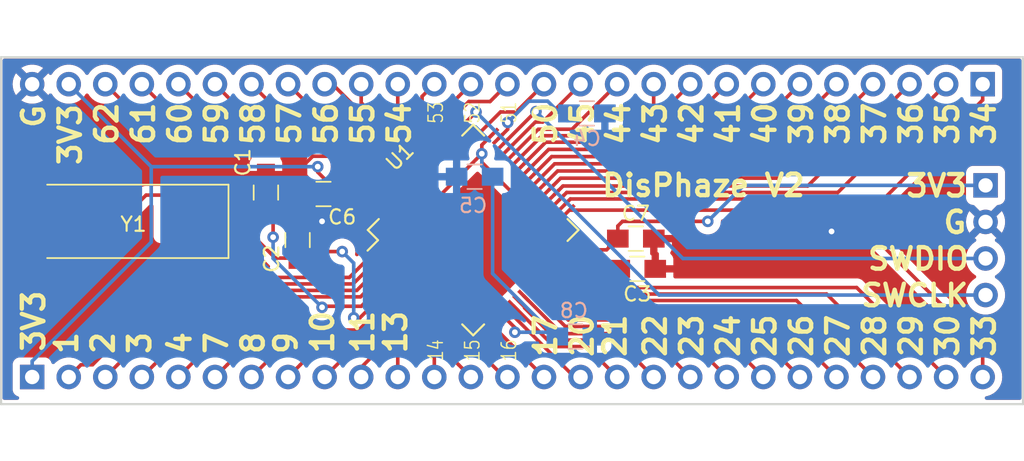
<source format=kicad_pcb>
(kicad_pcb (version 20221018) (generator pcbnew)
  (layers (0 "F.Cu" signal) (31 "B.Cu" signal) (34 "B.Paste" user) (35 "F.Paste" user) (36 "B.SilkS" user "B.Silkscreen") (37 "F.SilkS" user "F.Silkscreen") (38 "B.Mask" user) (39 "F.Mask" user) (44 "Edge.Cuts" user))
  (net 0 "")
  (net 1 "GND")
  (net 2 "Net-(C1-Pad1)")
  (net 3 "Net-(C2-Pad1)")
  (net 4 "Net-(C4-Pad1)")
  (net 5 "+3V3")
  (net 6 "p30")
  (net 7 "p29")
  (net 8 "p28")
  (net 9 "p27")
  (net 10 "p26")
  (net 11 "p25")
  (net 12 "p24")
  (net 13 "p23")
  (net 14 "p22")
  (net 15 "p21")
  (net 16 "p20")
  (net 17 "p17")
  (net 18 "p16")
  (net 19 "p15")
  (net 20 "p14")
  (net 21 "p13")
  (net 22 "p11")
  (net 23 "p10")
  (net 24 "p9")
  (net 25 "p8")
  (net 26 "p7")
  (net 27 "p4")
  (net 28 "p3")
  (net 29 "p2")
  (net 30 "p1")
  (net 31 "p33")
  (net 32 "p34")
  (net 33 "p35")
  (net 34 "p36")
  (net 35 "p37")
  (net 36 "p38")
  (net 37 "p39")
  (net 38 "p40")
  (net 39 "p41")
  (net 40 "p42")
  (net 41 "p43")
  (net 42 "p44")
  (net 43 "p45")
  (net 44 "p50")
  (net 45 "p51")
  (net 46 "p52")
  (net 47 "p53")
  (net 48 "p54")
  (net 49 "p55")
  (net 50 "p56")
  (net 51 "p57")
  (net 52 "p58")
  (net 53 "p59")
  (net 54 "p60")
  (net 55 "p61")
  (net 56 "p62")
  (net 57 "SWCLK")
  (net 58 "SWDIO")
  (net 59 "Net-(C3-Pad2)")
  (footprint "Capacitors_SMD:C_0805_HandSoldering" (layer "F.Cu") (at 169.7 118.8 180)
    (fp_text reference "C3" (at 0 -1.75 180) (layer "F.SilkS"))
    (fp_text value "2.2uF")
    (pad "1" smd rect (at -1.25 0 180) (size 1.5 1.25) (layers "F.Cu" "F.Paste" "F.Mask") (net 1 "GND"))
    (pad "2" smd rect (at 1.25 0 180) (size 1.5 1.25) (layers "F.Cu" "F.Paste" "F.Mask") (net 59 "Net-(C3-Pad2)"))
  )
  (footprint "Capacitors_SMD:C_0805_HandSoldering" (layer "F.Cu") (at 147.9 113.6 180)
    (fp_text reference "C6" (at -1.3 -1.6 180) (layer "F.SilkS"))
    (fp_text value "100nF")
    (pad "1" smd rect (at -1.25 0 180) (size 1.5 1.25) (layers "F.Cu" "F.Paste" "F.Mask") (net 5 "+3V3"))
    (pad "2" smd rect (at 1.25 0 180) (size 1.5 1.25) (layers "F.Cu" "F.Paste" "F.Mask") (net 1 "GND"))
  )
  (footprint "Capacitors_SMD:C_0805_HandSoldering" (layer "F.Cu") (at 169.6 116.7)
    (fp_text reference "C7" (at 0 -1.75) (layer "F.SilkS"))
    (fp_text value "100nF")
    (pad "1" smd rect (at -1.25 0) (size 1.5 1.25) (layers "F.Cu" "F.Paste" "F.Mask") (net 5 "+3V3"))
    (pad "2" smd rect (at 1.25 0) (size 1.5 1.25) (layers "F.Cu" "F.Paste" "F.Mask") (net 1 "GND"))
  )
  (footprint "Custom_Footprints:Connector_27x2.54mm" (layer "F.Cu") (at 193.7004 105.9688 180)
    (fp_text reference "J2" hide)
    (fp_text value "Conn_01x27")
    (pad "1" thru_hole rect (at 0 0 180) (size 1.7 1.7) (drill 1) (layers "*.Cu" "*.Mask") (net 32 "p34"))
    (pad "2" thru_hole circle (at 2.54 0 180) (size 1.7 1.7) (drill 1) (layers "*.Cu" "*.Mask") (net 33 "p35"))
    (pad "3" thru_hole circle (at 5.08 0 180) (size 1.7 1.7) (drill 1) (layers "*.Cu" "*.Mask") (net 34 "p36"))
    (pad "4" thru_hole circle (at 7.62 0 180) (size 1.7 1.7) (drill 1) (layers "*.Cu" "*.Mask") (net 35 "p37"))
    (pad "5" thru_hole circle (at 10.16 0 180) (size 1.7 1.7) (drill 1) (layers "*.Cu" "*.Mask") (net 36 "p38"))
    (pad "6" thru_hole circle (at 12.7 0 180) (size 1.7 1.7) (drill 1) (layers "*.Cu" "*.Mask") (net 37 "p39"))
    (pad "7" thru_hole circle (at 15.24 0 180) (size 1.7 1.7) (drill 1) (layers "*.Cu" "*.Mask") (net 38 "p40"))
    (pad "8" thru_hole circle (at 17.78 0 180) (size 1.7 1.7) (drill 1) (layers "*.Cu" "*.Mask") (net 39 "p41"))
    (pad "9" thru_hole circle (at 20.32 0 180) (size 1.7 1.7) (drill 1) (layers "*.Cu" "*.Mask") (net 40 "p42"))
    (pad "10" thru_hole circle (at 22.86 0 180) (size 1.7 1.7) (drill 1) (layers "*.Cu" "*.Mask") (net 41 "p43"))
    (pad "11" thru_hole circle (at 25.4 0 180) (size 1.7 1.7) (drill 1) (layers "*.Cu" "*.Mask") (net 42 "p44"))
    (pad "12" thru_hole circle (at 27.94 0 180) (size 1.7 1.7) (drill 1) (layers "*.Cu" "*.Mask") (net 43 "p45"))
    (pad "13" thru_hole circle (at 30.48 0 180) (size 1.7 1.7) (drill 1) (layers "*.Cu" "*.Mask") (net 44 "p50"))
    (pad "14" thru_hole circle (at 33.02 0 180) (size 1.7 1.7) (drill 1) (layers "*.Cu" "*.Mask") (net 45 "p51"))
    (pad "15" thru_hole circle (at 35.56 0 180) (size 1.7 1.7) (drill 1) (layers "*.Cu" "*.Mask") (net 46 "p52"))
    (pad "16" thru_hole circle (at 38.1 0 180) (size 1.7 1.7) (drill 1) (layers "*.Cu" "*.Mask") (net 47 "p53"))
    (pad "17" thru_hole circle (at 40.64 0 180) (size 1.7 1.7) (drill 1) (layers "*.Cu" "*.Mask") (net 48 "p54"))
    (pad "18" thru_hole circle (at 43.18 0 180) (size 1.7 1.7) (drill 1) (layers "*.Cu" "*.Mask") (net 49 "p55"))
    (pad "19" thru_hole circle (at 45.72 0 180) (size 1.7 1.7) (drill 1) (layers "*.Cu" "*.Mask") (net 50 "p56"))
    (pad "20" thru_hole circle (at 48.26 0 180) (size 1.7 1.7) (drill 1) (layers "*.Cu" "*.Mask") (net 51 "p57"))
    (pad "21" thru_hole circle (at 50.8 0 180) (size 1.7 1.7) (drill 1) (layers "*.Cu" "*.Mask") (net 52 "p58"))
    (pad "22" thru_hole circle (at 53.34 0 180) (size 1.7 1.7) (drill 1) (layers "*.Cu" "*.Mask") (net 53 "p59"))
    (pad "23" thru_hole circle (at 55.88 0 180) (size 1.7 1.7) (drill 1) (layers "*.Cu" "*.Mask") (net 54 "p60"))
    (pad "24" thru_hole circle (at 58.42 0 180) (size 1.7 1.7) (drill 1) (layers "*.Cu" "*.Mask") (net 55 "p61"))
    (pad "25" thru_hole circle (at 60.96 0 180) (size 1.7 1.7) (drill 1) (layers "*.Cu" "*.Mask") (net 56 "p62"))
    (pad "26" thru_hole circle (at 63.5 0 180) (size 1.7 1.7) (drill 1) (layers "*.Cu" "*.Mask") (net 5 "+3V3"))
    (pad "27" thru_hole circle (at 66.04 0 180) (size 1.7 1.7) (drill 1) (layers "*.Cu" "*.Mask") (net 1 "GND"))
  )
  (footprint "Custom_Footprints:4pin_header" (layer "F.Cu") (at 193.9 113 -90)
    (fp_text reference "J3" hide)
    (fp_text value "Conn_01x04_Male" hide)
    (pad "1" thru_hole rect (at 0 0 270) (size 1.7 1.7) (drill 1) (layers "*.Cu" "*.Mask") (net 5 "+3V3"))
    (pad "2" thru_hole circle (at 2.54 0 270) (size 1.7 1.7) (drill 1) (layers "*.Cu" "*.Mask") (net 1 "GND"))
    (pad "3" thru_hole circle (at 5.08 0 270) (size 1.7 1.7) (drill 1) (layers "*.Cu" "*.Mask") (net 58 "SWDIO"))
    (pad "4" thru_hole circle (at 7.62 0 270) (size 1.7 1.7) (drill 1) (layers "*.Cu" "*.Mask") (net 57 "SWCLK"))
  )
  (footprint "Package_QFP:LQFP-64_10x10mm_P0.5mm" (layer "F.Cu") (at 158.3 116.1 45)
    (fp_text reference "U1" (at 0 -7.2 45) (layer "F.SilkS"))
    (fp_text value "STM32F405RGTx")
    (pad "1" smd rect (at -5.7 -3.75 45) (size 1 0.25) (layers "F.Cu" "F.Paste" "F.Mask") (net 30 "p1"))
    (pad "2" smd rect (at -5.7 -3.25 45) (size 1 0.25) (layers "F.Cu" "F.Paste" "F.Mask") (net 29 "p2"))
    (pad "3" smd rect (at -5.7 -2.75 45) (size 1 0.25) (layers "F.Cu" "F.Paste" "F.Mask") (net 28 "p3"))
    (pad "4" smd rect (at -5.7 -2.25 45) (size 1 0.25) (layers "F.Cu" "F.Paste" "F.Mask") (net 27 "p4"))
    (pad "5" smd rect (at -5.7 -1.75 45) (size 1 0.25) (layers "F.Cu" "F.Paste" "F.Mask") (net 2 "Net-(C1-Pad1)"))
    (pad "6" smd rect (at -5.7 -1.25 45) (size 1 0.25) (layers "F.Cu" "F.Paste" "F.Mask") (net 3 "Net-(C2-Pad1)"))
    (pad "7" smd rect (at -5.7 -0.75 45) (size 1 0.25) (layers "F.Cu" "F.Paste" "F.Mask") (net 26 "p7"))
    (pad "8" smd rect (at -5.7 -0.25 45) (size 1 0.25) (layers "F.Cu" "F.Paste" "F.Mask") (net 25 "p8"))
    (pad "9" smd rect (at -5.7 0.25 45) (size 1 0.25) (layers "F.Cu" "F.Paste" "F.Mask") (net 24 "p9"))
    (pad "10" smd rect (at -5.7 0.75 45) (size 1 0.25) (layers "F.Cu" "F.Paste" "F.Mask") (net 23 "p10"))
    (pad "11" smd rect (at -5.7 1.25 45) (size 1 0.25) (layers "F.Cu" "F.Paste" "F.Mask") (net 22 "p11"))
    (pad "12" smd rect (at -5.7 1.75 45) (size 1 0.25) (layers "F.Cu" "F.Paste" "F.Mask") (net 1 "GND"))
    (pad "13" smd rect (at -5.7 2.25 45) (size 1 0.25) (layers "F.Cu" "F.Paste" "F.Mask") (net 21 "p13"))
    (pad "14" smd rect (at -5.7 2.75 45) (size 1 0.25) (layers "F.Cu" "F.Paste" "F.Mask") (net 20 "p14"))
    (pad "15" smd rect (at -5.7 3.25 45) (size 1 0.25) (layers "F.Cu" "F.Paste" "F.Mask") (net 19 "p15"))
    (pad "16" smd rect (at -5.7 3.75 45) (size 1 0.25) (layers "F.Cu" "F.Paste" "F.Mask") (net 18 "p16"))
    (pad "17" smd rect (at -3.75 5.7 135) (size 1 0.25) (layers "F.Cu" "F.Paste" "F.Mask") (net 17 "p17"))
    (pad "18" smd rect (at -3.25 5.7 135) (size 1 0.25) (layers "F.Cu" "F.Paste" "F.Mask") (net 1 "GND"))
    (pad "19" smd rect (at -2.75 5.7 135) (size 1 0.25) (layers "F.Cu" "F.Paste" "F.Mask") (net 5 "+3V3"))
    (pad "20" smd rect (at -2.25 5.7 135) (size 1 0.25) (layers "F.Cu" "F.Paste" "F.Mask") (net 16 "p20"))
    (pad "21" smd rect (at -1.75 5.7 135) (size 1 0.25) (layers "F.Cu" "F.Paste" "F.Mask") (net 15 "p21"))
    (pad "22" smd rect (at -1.25 5.7 135) (size 1 0.25) (layers "F.Cu" "F.Paste" "F.Mask") (net 14 "p22"))
    (pad "23" smd rect (at -0.75 5.7 135) (size 1 0.25) (layers "F.Cu" "F.Paste" "F.Mask") (net 13 "p23"))
    (pad "24" smd rect (at -0.25 5.7 135) (size 1 0.25) (layers "F.Cu" "F.Paste" "F.Mask") (net 12 "p24"))
    (pad "25" smd rect (at 0.25 5.7 135) (size 1 0.25) (layers "F.Cu" "F.Paste" "F.Mask") (net 11 "p25"))
    (pad "26" smd rect (at 0.75 5.7 135) (size 1 0.25) (layers "F.Cu" "F.Paste" "F.Mask") (net 10 "p26"))
    (pad "27" smd rect (at 1.25 5.7 135) (size 1 0.25) (layers "F.Cu" "F.Paste" "F.Mask") (net 9 "p27"))
    (pad "28" smd rect (at 1.75 5.7 135) (size 1 0.25) (layers "F.Cu" "F.Paste" "F.Mask") (net 8 "p28"))
    (pad "29" smd rect (at 2.25 5.7 135) (size 1 0.25) (layers "F.Cu" "F.Paste" "F.Mask") (net 7 "p29"))
    (pad "30" smd rect (at 2.75 5.7 135) (size 1 0.25) (layers "F.Cu" "F.Paste" "F.Mask") (net 6 "p30"))
    (pad "31" smd rect (at 3.25 5.7 135) (size 1 0.25) (layers "F.Cu" "F.Paste" "F.Mask") (net 59 "Net-(C3-Pad2)"))
    (pad "32" smd rect (at 3.75 5.7 135) (size 1 0.25) (layers "F.Cu" "F.Paste" "F.Mask") (net 5 "+3V3"))
    (pad "33" smd rect (at 5.7 3.75 45) (size 1 0.25) (layers "F.Cu" "F.Paste" "F.Mask") (net 31 "p33"))
    (pad "34" smd rect (at 5.7 3.25 45) (size 1 0.25) (layers "F.Cu" "F.Paste" "F.Mask") (net 32 "p34"))
    (pad "35" smd rect (at 5.7 2.75 45) (size 1 0.25) (layers "F.Cu" "F.Paste" "F.Mask") (net 33 "p35"))
    (pad "36" smd rect (at 5.7 2.25 45) (size 1 0.25) (layers "F.Cu" "F.Paste" "F.Mask") (net 34 "p36"))
    (pad "37" smd rect (at 5.7 1.75 45) (size 1 0.25) (layers "F.Cu" "F.Paste" "F.Mask") (net 35 "p37"))
    (pad "38" smd rect (at 5.7 1.25 45) (size 1 0.25) (layers "F.Cu" "F.Paste" "F.Mask") (net 36 "p38"))
    (pad "39" smd rect (at 5.7 0.75 45) (size 1 0.25) (layers "F.Cu" "F.Paste" "F.Mask") (net 37 "p39"))
    (pad "40" smd rect (at 5.7 0.25 45) (size 1 0.25) (layers "F.Cu" "F.Paste" "F.Mask") (net 38 "p40"))
    (pad "41" smd rect (at 5.7 -0.25 45) (size 1 0.25) (layers "F.Cu" "F.Paste" "F.Mask") (net 39 "p41"))
    (pad "42" smd rect (at 5.7 -0.75 45) (size 1 0.25) (layers "F.Cu" "F.Paste" "F.Mask") (net 40 "p42"))
    (pad "43" smd rect (at 5.7 -1.25 45) (size 1 0.25) (layers "F.Cu" "F.Paste" "F.Mask") (net 41 "p43"))
    (pad "44" smd rect (at 5.7 -1.75 45) (size 1 0.25) (layers "F.Cu" "F.Paste" "F.Mask") (net 42 "p44"))
    (pad "45" smd rect (at 5.7 -2.25 45) (size 1 0.25) (layers "F.Cu" "F.Paste" "F.Mask") (net 43 "p45"))
    (pad "46" smd rect (at 5.7 -2.75 45) (size 1 0.25) (layers "F.Cu" "F.Paste" "F.Mask") (net 58 "SWDIO"))
    (pad "47" smd rect (at 5.7 -3.25 45) (size 1 0.25) (layers "F.Cu" "F.Paste" "F.Mask") (net 4 "Net-(C4-Pad1)"))
    (pad "48" smd rect (at 5.7 -3.75 45) (size 1 0.25) (layers "F.Cu" "F.Paste" "F.Mask") (net 5 "+3V3"))
    (pad "49" smd rect (at 3.75 -5.7 135) (size 1 0.25) (layers "F.Cu" "F.Paste" "F.Mask") (net 57 "SWCLK"))
    (pad "50" smd rect (at 3.25 -5.7 135) (size 1 0.25) (layers "F.Cu" "F.Paste" "F.Mask") (net 44 "p50"))
    (pad "51" smd rect (at 2.75 -5.7 135) (size 1 0.25) (layers "F.Cu" "F.Paste" "F.Mask") (net 45 "p51"))
    (pad "52" smd rect (at 2.25 -5.7 135) (size 1 0.25) (layers "F.Cu" "F.Paste" "F.Mask") (net 46 "p52"))
    (pad "53" smd rect (at 1.75 -5.7 135) (size 1 0.25) (layers "F.Cu" "F.Paste" "F.Mask") (net 47 "p53"))
    (pad "54" smd rect (at 1.25 -5.7 135) (size 1 0.25) (layers "F.Cu" "F.Paste" "F.Mask") (net 48 "p54"))
    (pad "55" smd rect (at 0.75 -5.7 135) (size 1 0.25) (layers "F.Cu" "F.Paste" "F.Mask") (net 49 "p55"))
    (pad "56" smd rect (at 0.25 -5.7 135) (size 1 0.25) (layers "F.Cu" "F.Paste" "F.Mask") (net 50 "p56"))
    (pad "57" smd rect (at -0.25 -5.7 135) (size 1 0.25) (layers "F.Cu" "F.Paste" "F.Mask") (net 51 "p57"))
    (pad "58" smd rect (at -0.75 -5.7 135) (size 1 0.25) (layers "F.Cu" "F.Paste" "F.Mask") (net 52 "p58"))
    (pad "59" smd rect (at -1.25 -5.7 135) (size 1 0.25) (layers "F.Cu" "F.Paste" "F.Mask") (net 53 "p59"))
    (pad "60" smd rect (at -1.75 -5.7 135) (size 1 0.25) (layers "F.Cu" "F.Paste" "F.Mask") (net 54 "p60"))
    (pad "61" smd rect (at -2.25 -5.7 135) (size 1 0.25) (layers "F.Cu" "F.Paste" "F.Mask") (net 55 "p61"))
    (pad "62" smd rect (at -2.75 -5.7 135) (size 1 0.25) (layers "F.Cu" "F.Paste" "F.Mask") (net 56 "p62"))
    (pad "63" smd rect (at -3.25 -5.7 135) (size 1 0.25) (layers "F.Cu" "F.Paste" "F.Mask") (net 1 "GND"))
    (pad "64" smd rect (at -3.75 -5.7 135) (size 1 0.25) (layers "F.Cu" "F.Paste" "F.Mask") (net 5 "+3V3"))
  )
  (footprint "Custom_Footprints:Connector_27x2.54mm" (layer "F.Cu") (at 127.6604 126.3142)
    (fp_text reference "J1" hide)
    (fp_text value "Conn_01x27")
    (pad "1" thru_hole rect (at 0 0) (size 1.7 1.7) (drill 1) (layers "*.Cu" "*.Mask") (net 5 "+3V3"))
    (pad "2" thru_hole circle (at 2.54 0) (size 1.7 1.7) (drill 1) (layers "*.Cu" "*.Mask") (net 30 "p1"))
    (pad "3" thru_hole circle (at 5.08 0) (size 1.7 1.7) (drill 1) (layers "*.Cu" "*.Mask") (net 29 "p2"))
    (pad "4" thru_hole circle (at 7.62 0) (size 1.7 1.7) (drill 1) (layers "*.Cu" "*.Mask") (net 28 "p3"))
    (pad "5" thru_hole circle (at 10.16 0) (size 1.7 1.7) (drill 1) (layers "*.Cu" "*.Mask") (net 27 "p4"))
    (pad "6" thru_hole circle (at 12.7 0) (size 1.7 1.7) (drill 1) (layers "*.Cu" "*.Mask") (net 26 "p7"))
    (pad "7" thru_hole circle (at 15.24 0) (size 1.7 1.7) (drill 1) (layers "*.Cu" "*.Mask") (net 25 "p8"))
    (pad "8" thru_hole circle (at 17.78 0) (size 1.7 1.7) (drill 1) (layers "*.Cu" "*.Mask") (net 24 "p9"))
    (pad "9" thru_hole circle (at 20.32 0) (size 1.7 1.7) (drill 1) (layers "*.Cu" "*.Mask") (net 23 "p10"))
    (pad "10" thru_hole circle (at 22.86 0) (size 1.7 1.7) (drill 1) (layers "*.Cu" "*.Mask") (net 22 "p11"))
    (pad "11" thru_hole circle (at 25.4 0) (size 1.7 1.7) (drill 1) (layers "*.Cu" "*.Mask") (net 21 "p13"))
    (pad "12" thru_hole circle (at 27.94 0) (size 1.7 1.7) (drill 1) (layers "*.Cu" "*.Mask") (net 20 "p14"))
    (pad "13" thru_hole circle (at 30.48 0) (size 1.7 1.7) (drill 1) (layers "*.Cu" "*.Mask") (net 19 "p15"))
    (pad "14" thru_hole circle (at 33.02 0) (size 1.7 1.7) (drill 1) (layers "*.Cu" "*.Mask") (net 18 "p16"))
    (pad "15" thru_hole circle (at 35.56 0) (size 1.7 1.7) (drill 1) (layers "*.Cu" "*.Mask") (net 17 "p17"))
    (pad "16" thru_hole circle (at 38.1 0) (size 1.7 1.7) (drill 1) (layers "*.Cu" "*.Mask") (net 16 "p20"))
    (pad "17" thru_hole circle (at 40.64 0) (size 1.7 1.7) (drill 1) (layers "*.Cu" "*.Mask") (net 15 "p21"))
    (pad "18" thru_hole circle (at 43.18 0) (size 1.7 1.7) (drill 1) (layers "*.Cu" "*.Mask") (net 14 "p22"))
    (pad "19" thru_hole circle (at 45.72 0) (size 1.7 1.7) (drill 1) (layers "*.Cu" "*.Mask") (net 13 "p23"))
    (pad "20" thru_hole circle (at 48.26 0) (size 1.7 1.7) (drill 1) (layers "*.Cu" "*.Mask") (net 12 "p24"))
    (pad "21" thru_hole circle (at 50.8 0) (size 1.7 1.7) (drill 1) (layers "*.Cu" "*.Mask") (net 11 "p25"))
    (pad "22" thru_hole circle (at 53.34 0) (size 1.7 1.7) (drill 1) (layers "*.Cu" "*.Mask") (net 10 "p26"))
    (pad "23" thru_hole circle (at 55.88 0) (size 1.7 1.7) (drill 1) (layers "*.Cu" "*.Mask") (net 9 "p27"))
    (pad "24" thru_hole circle (at 58.42 0) (size 1.7 1.7) (drill 1) (layers "*.Cu" "*.Mask") (net 8 "p28"))
    (pad "25" thru_hole circle (at 60.96 0) (size 1.7 1.7) (drill 1) (layers "*.Cu" "*.Mask") (net 7 "p29"))
    (pad "26" thru_hole circle (at 63.5 0) (size 1.7 1.7) (drill 1) (layers "*.Cu" "*.Mask") (net 6 "p30"))
    (pad "27" thru_hole circle (at 66.04 0) (size 1.7 1.7) (drill 1) (layers "*.Cu" "*.Mask") (net 31 "p33"))
  )
  (footprint "Capacitors_SMD:C_0805_HandSoldering" (layer "F.Cu") (at 143.9 113.5 90)
    (fp_text reference "C1" (at 2.1 -1.6 90) (layer "F.SilkS"))
    (fp_text value "18pF")
    (pad "1" smd rect (at -1.25 0 90) (size 1.5 1.25) (layers "F.Cu" "F.Paste" "F.Mask") (net 2 "Net-(C1-Pad1)"))
    (pad "2" smd rect (at 1.25 0 90) (size 1.5 1.25) (layers "F.Cu" "F.Paste" "F.Mask") (net 1 "GND"))
  )
  (footprint "Capacitors_SMD:C_0805_HandSoldering" (layer "F.Cu") (at 146.1 116.8 90)
    (fp_text reference "C2" (at -1.3 -1.8 90) (layer "F.SilkS"))
    (fp_text value "18pF")
    (pad "1" smd rect (at -1.25 0 90) (size 1.5 1.25) (layers "F.Cu" "F.Paste" "F.Mask") (net 3 "Net-(C2-Pad1)"))
    (pad "2" smd rect (at 1.25 0 90) (size 1.5 1.25) (layers "F.Cu" "F.Paste" "F.Mask") (net 1 "GND"))
  )
  (footprint "Crystals:Crystal_SMD_HC49-SD" (layer "F.Cu") (at 134.6 115.5 180)
    (fp_text reference "Y1" (at -0.1 -0.2 180) (layer "F.SilkS"))
    (fp_text value "Crystal")
    (pad "1" smd rect (at -4.25 0 180) (size 4.5 2) (layers "F.Cu" "F.Paste" "F.Mask") (net 3 "Net-(C2-Pad1)"))
    (pad "2" smd rect (at 4.25 0 180) (size 4.5 2) (layers "F.Cu" "F.Paste" "F.Mask") (net 2 "Net-(C1-Pad1)"))
  )
  (footprint "Capacitors_SMD:C_0805_HandSoldering" (layer "B.Cu") (at 166.2 108)
    (fp_text reference "C4" (at 0 1.75) (layer "B.SilkS") (effects (justify mirror)))
    (fp_text value "2.2uF")
    (pad "1" smd rect (at -1.25 0) (size 1.5 1.25) (layers "B.Cu" "B.Paste" "B.Mask") (net 4 "Net-(C4-Pad1)"))
    (pad "2" smd rect (at 1.25 0) (size 1.5 1.25) (layers "B.Cu" "B.Paste" "B.Mask") (net 1 "GND"))
  )
  (footprint "Capacitors_SMD:C_0805_HandSoldering" (layer "B.Cu") (at 165.4 123.5)
    (fp_text reference "C8" (at -0.1 -1.8) (layer "B.SilkS") (effects (justify mirror)))
    (fp_text value "100nF")
    (pad "1" smd rect (at -1.25 0) (size 1.5 1.25) (layers "B.Cu" "B.Paste" "B.Mask") (net 5 "+3V3"))
    (pad "2" smd rect (at 1.25 0) (size 1.5 1.25) (layers "B.Cu" "B.Paste" "B.Mask") (net 1 "GND"))
  )
  (footprint "Capacitors_SMD:C_0805_HandSoldering" (layer "B.Cu") (at 158.4 112.4 180)
    (fp_text reference "C5" (at 0.1 -2 180) (layer "B.SilkS") (effects (justify mirror)))
    (fp_text value "100nF")
    (pad "1" smd rect (at -1.25 0 180) (size 1.5 1.25) (layers "B.Cu" "B.Paste" "B.Mask") (net 5 "+3V3"))
    (pad "2" smd rect (at 1.25 0 180) (size 1.5 1.25) (layers "B.Cu" "B.Paste" "B.Mask") (net 1 "GND"))
  )
  (gr_line (start 125.5 104.1) (end 196.5 104.1) (stroke (width 0.15)) (layer "Edge.Cuts"))
  (gr_line (start 196.5 104.1) (end 196.5 128.2) (stroke (width 0.15)) (layer "Edge.Cuts"))
  (gr_line (start 125.5 128.2) (end 125.5 104.1) (stroke (width 0.15)) (layer "Edge.Cuts"))
  (gr_line (start 196.5 128.2) (end 125.5 128.2) (stroke (width 0.15)) (layer "Edge.Cuts"))
  (gr_text "61\n" (at 135.382 108.712 90) (layer "F.SilkS") (effects (font (size 1.5 1.5) (thickness 0.3))))
  (gr_text "60" (at 137.922 108.712 90) (layer "F.SilkS") (effects (font (size 1.5 1.5) (thickness 0.3))))
  (gr_text "59" (at 140.462 108.712 90) (layer "F.SilkS") (effects (font (size 1.5 1.5) (thickness 0.3))))
  (gr_text "58" (at 143.002 108.712 90) (layer "F.SilkS") (effects (font (size 1.5 1.5) (thickness 0.3))))
  (gr_text "57" (at 145.542 108.712 90) (layer "F.SilkS") (effects (font (size 1.5 1.5) (thickness 0.3))))
  (gr_text "56" (at 148.082 108.712 90) (layer "F.SilkS") (effects (font (size 1.5 1.5) (thickness 0.3))))
  (gr_text "55" (at 150.622 108.712 90) (layer "F.SilkS") (effects (font (size 1.5 1.5) (thickness 0.3))))
  (gr_text "54" (at 153.162 108.712 90) (layer "F.SilkS") (effects (font (size 1.5 1.5) (thickness 0.3))))
  (gr_text "50" (at 163.322 108.712 90) (layer "F.SilkS") (effects (font (size 1.5 1.5) (thickness 0.3))))
  (gr_text "45" (at 165.862 108.712 90) (layer "F.SilkS") (effects (font (size 1.5 1.5) (thickness 0.3))))
  (gr_text "44" (at 168.402 108.712 90) (layer "F.SilkS") (effects (font (size 1.5 1.5) (thickness 0.3))))
  (gr_text "43" (at 170.942 108.712 90) (layer "F.SilkS") (effects (font (size 1.5 1.5) (thickness 0.3))))
  (gr_text "42" (at 173.482 108.712 90) (layer "F.SilkS") (effects (font (size 1.5 1.5) (thickness 0.3))))
  (gr_text "41" (at 176.022 108.712 90) (layer "F.SilkS") (effects (font (size 1.5 1.5) (thickness 0.3))))
  (gr_text "40" (at 178.562 108.712 90) (layer "F.SilkS") (effects (font (size 1.5 1.5) (thickness 0.3))))
  (gr_text "39" (at 181.102 108.712 90) (layer "F.SilkS") (effects (font (size 1.5 1.5) (thickness 0.3))))
  (gr_text "38" (at 183.642 108.712 90) (layer "F.SilkS") (effects (font (size 1.5 1.5) (thickness 0.3))))
  (gr_text "37" (at 186.182 108.712 90) (layer "F.SilkS") (effects (font (size 1.5 1.5) (thickness 0.3))))
  (gr_text "36" (at 188.722 108.712 90) (layer "F.SilkS") (effects (font (size 1.5 1.5) (thickness 0.3))))
  (gr_text "35" (at 191.262 108.712 90) (layer "F.SilkS") (effects (font (size 1.5 1.5) (thickness 0.3))))
  (gr_text "34" (at 193.802 108.712 90) (layer "F.SilkS") (effects (font (size 1.5 1.5) (thickness 0.3))))
  (gr_text "3V3" (at 190.5 113.03) (layer "F.SilkS") (effects (font (size 1.5 1.5) (thickness 0.3))))
  (gr_text "G" (at 191.77 115.57) (layer "F.SilkS") (effects (font (size 1.5 1.5) (thickness 0.3))))
  (gr_text "SWDIO" (at 189.23 118.11) (layer "F.SilkS") (effects (font (size 1.5 1.5) (thickness 0.3))))
  (gr_text "SWCLK" (at 188.976 120.65) (layer "F.SilkS") (effects (font (size 1.5 1.5) (thickness 0.3))))
  (gr_text "3V3" (at 127.762 122.428 90) (layer "F.SilkS") (effects (font (size 1.5 1.5) (thickness 0.3))))
  (gr_text "1" (at 130.048 123.952 90) (layer "F.SilkS") (effects (font (size 1.5 1.5) (thickness 0.3))))
  (gr_text "2" (at 132.588 123.952 90) (layer "F.SilkS") (effects (font (size 1.5 1.5) (thickness 0.3))))
  (gr_text "3" (at 135.128 123.952 90) (layer "F.SilkS") (effects (font (size 1.5 1.5) (thickness 0.3))))
  (gr_text "4" (at 137.922 123.952 90) (layer "F.SilkS") (effects (font (size 1.5 1.5) (thickness 0.3))))
  (gr_text "7" (at 140.462 123.952 90) (layer "F.SilkS") (effects (font (size 1.5 1.5) (thickness 0.3))))
  (gr_text "8" (at 143.002 123.952 90) (layer "F.SilkS") (effects (font (size 1.5 1.5) (thickness 0.3))))
  (gr_text "9" (at 145.288 123.952 90) (layer "F.SilkS") (effects (font (size 1.5 1.5) (thickness 0.3))))
  (gr_text "10" (at 147.828 123.19 90) (layer "F.SilkS") (effects (font (size 1.5 1.5) (thickness 0.3))))
  (gr_text "11" (at 150.622 123.19 90) (layer "F.SilkS") (effects (font (size 1.5 1.5) (thickness 0.3))))
  (gr_text "13" (at 152.908 123.19 90) (layer "F.SilkS") (effects (font (size 1.5 1.5) (thickness 0.3))))
  (gr_text "14" (at 155.702 124.46 90) (layer "F.SilkS") (effects (font (size 1 0.8) (thickness 0.1))))
  (gr_text "15" (at 158.242 124.46 90) (layer "F.SilkS") (effects (font (size 1 0.8) (thickness 0.1))))
  (gr_text "16" (at 160.782 124.46 90) (layer "F.SilkS") (effects (font (size 1 0.8) (thickness 0.1))))
  (gr_text "17" (at 163.322 123.444 90) (layer "F.SilkS") (effects (font (size 1.5 1.5) (thickness 0.3))))
  (gr_text "20" (at 165.862 123.444 90) (layer "F.SilkS") (effects (font (size 1.5 1.5) (thickness 0.3))))
  (gr_text "21" (at 168.148 123.444 90) (layer "F.SilkS") (effects (font (size 1.5 1.5) (thickness 0.3))))
  (gr_text "22" (at 170.942 123.444 90) (layer "F.SilkS") (effects (font (size 1.5 1.5) (thickness 0.3))))
  (gr_text "23" (at 173.482 123.444 90) (layer "F.SilkS") (effects (font (size 1.5 1.5) (thickness 0.3))))
  (gr_text "24" (at 176.022 123.444 90) (layer "F.SilkS") (effects (font (size 1.5 1.5) (thickness 0.3))))
  (gr_text "25" (at 178.562 123.444 90) (layer "F.SilkS") (effects (font (size 1.5 1.5) (thickness 0.3))))
  (gr_text "26" (at 181.102 123.444 90) (layer "F.SilkS") (effects (font (size 1.5 1.5) (thickness 0.3))))
  (gr_text "27" (at 183.642 123.444 90) (layer "F.SilkS") (effects (font (size 1.5 1.5) (thickness 0.3))))
  (gr_text "28" (at 186.182 123.444 90) (layer "F.SilkS") (effects (font (size 1.5 1.5) (thickness 0.3))))
  (gr_text "29" (at 188.722 123.444 90) (layer "F.SilkS") (effects (font (size 1.5 1.5) (thickness 0.3))))
  (gr_text "30" (at 191.262 123.444 90) (layer "F.SilkS") (effects (font (size 1.5 1.5) (thickness 0.3))))
  (gr_text "33" (at 193.802 123.444 90) (layer "F.SilkS") (effects (font (size 1.5 1.5) (thickness 0.3))))
  (gr_text "53" (at 155.702 107.95 90) (layer "F.SilkS") (effects (font (size 1 0.8) (thickness 0.1))))
  (gr_text "52" (at 158.242 107.95 90) (layer "F.SilkS") (effects (font (size 1 0.8) (thickness 0.1))))
  (gr_text "51" (at 160.782 107.95 90) (layer "F.SilkS") (effects (font (size 1 0.8) (thickness 0.1))))
  (gr_text "62" (at 132.842 108.712 90) (layer "F.SilkS") (effects (font (size 1.5 1.5) (thickness 0.3))))
  (gr_text "DisPhaze V2" (at 174.3 113) (layer "F.SilkS") (effects (font (size 1.5 1.5) (thickness 0.3))))
  (gr_text "G" (at 127.762 108.204 90) (layer "F.SilkS") (effects (font (size 1.5 1.5) (thickness 0.3))))
  (gr_text "3V3" (at 130.302 109.474 90) (layer "F.SilkS") (effects (font (size 1.5 1.5) (thickness 0.3))))
  (segment (start 146.65 111.476998) (end 146.65 112.725) (width 0.25) (layer "F.Cu") (net 1))
  (segment (start 148.578805 110.974999) (end 147.151999 110.974999) (width 0.25) (layer "F.Cu") (net 1))
  (segment (start 151.971394 114.367588) (end 148.578805 110.974999) (width 0.25) (layer "F.Cu") (net 1))
  (segment (start 155.974874 120.9) (end 158.503806 120.9) (width 0.25) (layer "F.Cu") (net 1))
  (segment (start 147.8 115.5) (end 146.15 115.5) (width 0.25) (layer "F.Cu") (net 1))
  (segment (start 146.15 115.5) (end 146.1 115.55) (width 0.25) (layer "F.Cu") (net 1))
  (segment (start 146.65 115) (end 146.1 115.55) (width 0.25) (layer "F.Cu") (net 1))
  (segment (start 147.151999 110.974999) (end 146.65 111.476998) (width 0.25) (layer "F.Cu") (net 1))
  (segment (start 146.65 113.6) (end 146.65 115) (width 0.25) (layer "F.Cu") (net 1))
  (segment (start 159.608149 122.004343) (end 160.032412 122.428606) (width 0.25) (layer "F.Cu") (net 1))
  (segment (start 155.506928 121.367946) (end 155.974874 120.9) (width 0.25) (layer "F.Cu") (net 1))
  (segment (start 146.65 112.725) (end 146.65 113.6) (width 0.25) (layer "F.Cu") (net 1))
  (segment (start 158.503806 120.9) (end 159.608149 122.004343) (width 0.25) (layer "F.Cu") (net 1))
  (via (at 147.8 115.5) (size 0.8) (drill 0.4) (layers "F.Cu" "B.Cu") (net 1))
  (via (at 183.2 116.2) (size 0.8) (drill 0.4) (layers "F.Cu" "B.Cu") (net 1))
  (segment (start 157.15 112.4) (end 150.9 112.4) (width 0.25) (layer "B.Cu") (net 1))
  (segment (start 150.9 112.4) (end 147.8 115.5) (width 0.25) (layer "B.Cu") (net 1))
  (segment (start 131.75 115) (end 134.25 115) (width 0.25) (layer "F.Cu") (net 2))
  (segment (start 153.032054 118.893072) (end 150.525126 121.4) (width 0.25) (layer "F.Cu") (net 2))
  (segment (start 144.4 115.25) (end 143.9 114.75) (width 0.25) (layer "F.Cu") (net 2))
  (segment (start 144.4 116.6) (end 144.4 115.25) (width 0.25) (layer "F.Cu") (net 2))
  (segment (start 147.871729 121.4) (end 147.8 121.471729) (width 0.25) (layer "F.Cu") (net 2))
  (segment (start 143.9 114.625) (end 143.9 114.75) (width 0.25) (layer "F.Cu") (net 2))
  (segment (start 135.575001 113.674999) (end 142.949999 113.674999) (width 0.25) (layer "F.Cu") (net 2))
  (segment (start 134.25 115) (end 135.575001 113.674999) (width 0.25) (layer "F.Cu") (net 2))
  (segment (start 142.949999 113.674999) (end 143.9 114.625) (width 0.25) (layer "F.Cu") (net 2))
  (segment (start 150.525126 121.4) (end 147.871729 121.4) (width 0.25) (layer "F.Cu") (net 2))
  (via (at 147.8 121.471729) (size 0.8) (drill 0.4) (layers "F.Cu" "B.Cu") (net 2))
  (via (at 144.4 116.6) (size 0.8) (drill 0.4) (layers "F.Cu" "B.Cu") (net 2))
  (segment (start 144.4 118.071729) (end 144.4 116.6) (width 0.25) (layer "B.Cu") (net 2))
  (segment (start 147.8 121.471729) (end 144.4 118.071729) (width 0.25) (layer "B.Cu") (net 2))
  (segment (start 146.75 117.6) (end 146.65 117.7) (width 0.25) (layer "F.Cu") (net 3))
  (segment (start 150.361538 122.2) (end 150 122.2) (width 0.25) (layer "F.Cu") (net 3))
  (segment (start 145.225 118.05) (end 146.1 118.05) (width 0.25) (layer "F.Cu") (net 3))
  (segment (start 150.432233 122.2) (end 150.361538 122.2) (width 0.25) (layer "F.Cu") (net 3))
  (segment (start 144.55 118.05) (end 145.225 118.05) (width 0.25) (layer "F.Cu") (net 3))
  (segment (start 140.25 115) (end 141.5 115) (width 0.25) (layer "F.Cu") (net 3))
  (segment (start 149.2 117.6) (end 146.75 117.6) (width 0.25) (layer "F.Cu") (net 3))
  (segment (start 141.5 115) (end 144.55 118.05) (width 0.25) (layer "F.Cu") (net 3))
  (segment (start 153.385608 119.246625) (end 150.432233 122.2) (width 0.25) (layer "F.Cu") (net 3))
  (via (at 150 122.2) (size 0.8) (drill 0.4) (layers "F.Cu" "B.Cu") (net 3))
  (via (at 149.2 117.6) (size 0.8) (drill 0.4) (layers "F.Cu" "B.Cu") (net 3))
  (segment (start 150 122.2) (end 150 118.4) (width 0.25) (layer "B.Cu") (net 3))
  (segment (start 150 118.4) (end 149.2 117.6) (width 0.25) (layer "B.Cu") (net 3))
  (segment (start 160.7 109.103806) (end 160.7 108.625) (width 0.25) (layer "F.Cu") (net 4))
  (segment (start 160.032412 109.771394) (end 160.7 109.103806) (width 0.25) (layer "F.Cu") (net 4))
  (via (at 160.7 108.625) (size 0.8) (drill 0.4) (layers "F.Cu" "B.Cu") (net 4))
  (segment (start 163.474999 107.149999) (end 164.825 108.5) (width 0.25) (layer "B.Cu") (net 4))
  (segment (start 162.175001 107.149999) (end 163.474999 107.149999) (width 0.25) (layer "B.Cu") (net 4))
  (segment (start 164.825 108.5) (end 164.95 108.5) (width 0.25) (layer "B.Cu") (net 4))
  (segment (start 160.7 108.625) (end 162.175001 107.149999) (width 0.25) (layer "B.Cu") (net 4))
  (segment (start 149.025 113.6) (end 147.5 112.075) (width 0.25) (layer "F.Cu") (net 5))
  (segment (start 158.500001 111.199999) (end 158.9 110.8) (width 0.25) (layer "F.Cu") (net 5))
  (segment (start 147.5 112.075) (end 147.5 111.7) (width 0.25) (layer "F.Cu") (net 5))
  (segment (start 152.496699 115.6) (end 154.1 115.6) (width 0.25) (layer "F.Cu") (net 5))
  (segment (start 149.15 114.475) (end 149.15 113.6) (width 0.25) (layer "F.Cu") (net 5))
  (segment (start 174.6 115.5) (end 168.675 115.5) (width 0.25) (layer "F.Cu") (net 5))
  (segment (start 151.617841 114.721142) (end 149.396142 114.721142) (width 0.25) (layer "F.Cu") (net 5))
  (segment (start 159.678858 109.417841) (end 158.9 110.196699) (width 0.25) (layer "F.Cu") (net 5))
  (segment (start 149.15 113.6) (end 149.025 113.6) (width 0.25) (layer "F.Cu") (net 5))
  (segment (start 158.9 110.8) (end 158.9 111.396699) (width 0.25) (layer "F.Cu") (net 5))
  (segment (start 164.982159 117.478858) (end 167.571142 117.478858) (width 0.25) (layer "F.Cu") (net 5))
  (segment (start 158.9 111.396699) (end 164.982159 117.478858) (width 0.25) (layer "F.Cu") (net 5))
  (segment (start 161.196358 122.885445) (end 161.196358 123.203644) (width 0.25) (layer "F.Cu") (net 5))
  (segment (start 168.675 115.5) (end 168.35 115.825) (width 0.25) (layer "F.Cu") (net 5))
  (segment (start 168.35 115.825) (end 168.35 116.7) (width 0.25) (layer "F.Cu") (net 5))
  (segment (start 167.571142 117.478858) (end 168.35 116.7) (width 0.25) (layer "F.Cu") (net 5))
  (segment (start 154.1 115.6) (end 158.500001 111.199999) (width 0.25) (layer "F.Cu") (net 5))
  (segment (start 149.396142 114.721142) (end 149.15 114.475) (width 0.25) (layer "F.Cu") (net 5))
  (segment (start 160.385965 122.075052) (end 161.196358 122.885445) (width 0.25) (layer "F.Cu") (net 5))
  (segment (start 151.617841 114.721142) (end 152.496699 115.6) (width 0.25) (layer "F.Cu") (net 5))
  (segment (start 158.9 110.196699) (end 158.9 110.8) (width 0.25) (layer "F.Cu") (net 5))
  (via (at 174.6 115.5) (size 0.8) (drill 0.4) (layers "F.Cu" "B.Cu") (net 5))
  (via (at 147.5 111.7) (size 0.8) (drill 0.4) (layers "F.Cu" "B.Cu") (net 5))
  (via (at 158.9 110.8) (size 0.8) (drill 0.4) (layers "F.Cu" "B.Cu") (net 5))
  (via (at 161.196358 123.203644) (size 0.8) (drill 0.4) (layers "F.Cu" "B.Cu") (net 5))
  (segment (start 158.9 110.8) (end 158.9 111.65) (width 0.25) (layer "B.Cu") (net 5))
  (segment (start 127.6604 125.2142) (end 135.9316 116.943) (width 0.25) (layer "B.Cu") (net 5))
  (segment (start 163.853644 123.203644) (end 164.15 123.5) (width 0.25) (layer "B.Cu") (net 5))
  (segment (start 135.9316 116.943) (end 135.9316 111.7) (width 0.25) (layer "B.Cu") (net 5))
  (segment (start 159.65 112.4) (end 159.65 119.125) (width 0.25) (layer "B.Cu") (net 5))
  (segment (start 159.65 119.125) (end 164.025 123.5) (width 0.25) (layer "B.Cu") (net 5))
  (segment (start 161.196358 123.203644) (end 163.853644 123.203644) (width 0.25) (layer "B.Cu") (net 5))
  (segment (start 135.9316 111.7) (end 130.2004 105.9688) (width 0.25) (layer "B.Cu") (net 5))
  (segment (start 177.1 113) (end 174.6 115.5) (width 0.25) (layer "B.Cu") (net 5))
  (segment (start 193.9 113) (end 177.1 113) (width 0.25) (layer "B.Cu") (net 5))
  (segment (start 164.025 123.5) (end 164.15 123.5) (width 0.25) (layer "B.Cu") (net 5))
  (segment (start 158.9 111.65) (end 159.65 112.4) (width 0.25) (layer "B.Cu") (net 5))
  (segment (start 127.6604 126.3142) (end 127.6604 125.2142) (width 0.25) (layer "B.Cu") (net 5))
  (segment (start 147.5 111.7) (end 135.9316 111.7) (width 0.25) (layer "B.Cu") (net 5))
  (segment (start 164.275052 118.185965) (end 164.699315 118.610228) (width 0.25) (layer "F.Cu") (net 6))
  (segment (start 164.699315 118.610228) (end 164.710228 118.610228) (width 0.25) (layer "F.Cu") (net 6))
  (segment (start 164.710228 118.610228) (end 166.19994 120.09994) (width 0.25) (layer "F.Cu") (net 6))
  (segment (start 166.19994 120.09994) (end 184.94614 120.09994) (width 0.25) (layer "F.Cu") (net 6))
  (segment (start 190.310401 125.464201) (end 191.1604 126.3142) (width 0.25) (layer "F.Cu") (net 6))
  (segment (start 184.94614 120.09994) (end 190.310401 125.464201) (width 0.25) (layer "F.Cu") (net 6))
  (segment (start 165.790537 120.54995) (end 182.85615 120.54995) (width 0.25) (layer "F.Cu") (net 7))
  (segment (start 163.921499 118.539518) (end 164.5 119.118019) (width 0.25) (layer "F.Cu") (net 7))
  (segment (start 164.5 119.118019) (end 164.5 119.259413) (width 0.25) (layer "F.Cu") (net 7))
  (segment (start 164.5 119.259413) (end 165.790537 120.54995) (width 0.25) (layer "F.Cu") (net 7))
  (segment (start 182.85615 120.54995) (end 187.770401 125.464201) (width 0.25) (layer "F.Cu") (net 7))
  (segment (start 187.770401 125.464201) (end 188.6204 126.3142) (width 0.25) (layer "F.Cu") (net 7))
  (segment (start 180.76616 120.99996) (end 185.230401 125.464201) (width 0.25) (layer "F.Cu") (net 8))
  (segment (start 185.230401 125.464201) (end 186.0804 126.3142) (width 0.25) (layer "F.Cu") (net 8))
  (segment (start 165.604137 120.99996) (end 180.76616 120.99996) (width 0.25) (layer "F.Cu") (net 8))
  (segment (start 163.992209 119.388032) (end 165.604137 120.99996) (width 0.25) (layer "F.Cu") (net 8))
  (segment (start 163.992209 119.317335) (end 163.992209 119.388032) (width 0.25) (layer "F.Cu") (net 8))
  (segment (start 163.567946 118.893072) (end 163.992209 119.317335) (width 0.25) (layer "F.Cu") (net 8))
  (segment (start 165.417737 121.44997) (end 178.67617 121.44997) (width 0.25) (layer "F.Cu") (net 9))
  (segment (start 163.214392 119.246625) (end 165.417737 121.44997) (width 0.25) (layer "F.Cu") (net 9))
  (segment (start 178.67617 121.44997) (end 183.5404 126.3142) (width 0.25) (layer "F.Cu") (net 9))
  (segment (start 162.860839 119.600179) (end 163.285102 120.024442) (width 0.25) (layer "F.Cu") (net 10))
  (segment (start 176.58618 121.89998) (end 181.0004 126.3142) (width 0.25) (layer "F.Cu") (net 10))
  (segment (start 165.089943 121.89998) (end 176.58618 121.89998) (width 0.25) (layer "F.Cu") (net 10))
  (segment (start 163.285102 120.024442) (end 163.285102 120.095139) (width 0.25) (layer "F.Cu") (net 10))
  (segment (start 163.285102 120.095139) (end 165.089943 121.89998) (width 0.25) (layer "F.Cu") (net 10))
  (segment (start 178.4604 126.3142) (end 174.49619 122.34999) (width 0.25) (layer "F.Cu") (net 11))
  (segment (start 162.507285 119.953732) (end 164.903543 122.34999) (width 0.25) (layer "F.Cu") (net 11))
  (segment (start 174.49619 122.34999) (end 164.903543 122.34999) (width 0.25) (layer "F.Cu") (net 11))
  (segment (start 172.4062 122.8) (end 175.9204 126.3142) (width 0.25) (layer "F.Cu") (net 12))
  (segment (start 162.153732 120.307285) (end 162.946447 121.1) (width 0.25) (layer "F.Cu") (net 12))
  (segment (start 163 121.1) (end 164.7 122.8) (width 0.25) (layer "F.Cu") (net 12))
  (segment (start 162.946447 121.1) (end 163 121.1) (width 0.25) (layer "F.Cu") (net 12))
  (segment (start 164.7 122.8) (end 172.4062 122.8) (width 0.25) (layer "F.Cu") (net 12))
  (segment (start 161.800179 120.660839) (end 164.43932 123.29998) (width 0.25) (layer "F.Cu") (net 13))
  (segment (start 170.36618 123.29998) (end 173.3804 126.3142) (width 0.25) (layer "F.Cu") (net 13))
  (segment (start 164.43932 123.29998) (end 170.36618 123.29998) (width 0.25) (layer "F.Cu") (net 13))
  (segment (start 161.870888 121.438655) (end 161.870888 121.509352) (width 0.25) (layer "F.Cu") (net 14))
  (segment (start 161.446625 121.014392) (end 161.870888 121.438655) (width 0.25) (layer "F.Cu") (net 14))
  (segment (start 168.27619 123.74999) (end 169.990401 125.464201) (width 0.25) (layer "F.Cu") (net 14))
  (segment (start 164.111526 123.74999) (end 168.27619 123.74999) (width 0.25) (layer "F.Cu") (net 14))
  (segment (start 169.990401 125.464201) (end 170.8404 126.3142) (width 0.25) (layer "F.Cu") (net 14))
  (segment (start 161.870888 121.509352) (end 164.111526 123.74999) (width 0.25) (layer "F.Cu") (net 14))
  (segment (start 166.1862 124.2) (end 168.3004 126.3142) (width 0.25) (layer "F.Cu") (net 15))
  (segment (start 161.093072 121.367946) (end 163.925126 124.2) (width 0.25) (layer "F.Cu") (net 15))
  (segment (start 163.925126 124.2) (end 166.1862 124.2) (width 0.25) (layer "F.Cu") (net 15))
  (segment (start 160.739518 121.721499) (end 165.332219 126.3142) (width 0.25) (layer "F.Cu") (net 16))
  (segment (start 165.332219 126.3142) (end 165.7604 126.3142) (width 0.25) (layer "F.Cu") (net 16))
  (segment (start 159.678858 122.782159) (end 163.210899 126.3142) (width 0.25) (layer "F.Cu") (net 17))
  (segment (start 163.210899 126.3142) (end 163.2204 126.3142) (width 0.25) (layer "F.Cu") (net 17))
  (segment (start 156.921142 122.782159) (end 160.453183 126.3142) (width 0.25) (layer "F.Cu") (net 18))
  (segment (start 160.453183 126.3142) (end 160.6804 126.3142) (width 0.25) (layer "F.Cu") (net 18))
  (segment (start 156.1 124.2738) (end 157.290401 125.464201) (width 0.25) (layer "F.Cu") (net 19))
  (segment (start 156.1 122.896194) (end 156.1 124.2738) (width 0.25) (layer "F.Cu") (net 19))
  (segment (start 157.290401 125.464201) (end 158.1404 126.3142) (width 0.25) (layer "F.Cu") (net 19))
  (segment (start 156.567588 122.428606) (end 156.1 122.896194) (width 0.25) (layer "F.Cu") (net 19))
  (segment (start 156.214035 122.075052) (end 155.6004 122.688687) (width 0.25) (layer "F.Cu") (net 20))
  (segment (start 155.6004 122.688687) (end 155.6004 126.3142) (width 0.25) (layer "F.Cu") (net 20))
  (segment (start 155.860482 121.721499) (end 153.0604 124.521581) (width 0.25) (layer "F.Cu") (net 21))
  (segment (start 153.0604 124.521581) (end 153.0604 126.3142) (width 0.25) (layer "F.Cu") (net 21))
  (segment (start 150.5204 125.647367) (end 150.5204 126.3142) (width 0.25) (layer "F.Cu") (net 22))
  (segment (start 155.153375 121.014392) (end 150.5204 125.647367) (width 0.25) (layer "F.Cu") (net 22))
  (segment (start 154.375558 121.085102) (end 154.314898 121.085102) (width 0.25) (layer "F.Cu") (net 23))
  (segment (start 149.8946 124.4) (end 147.9804 126.3142) (width 0.25) (layer "F.Cu") (net 23))
  (segment (start 151 124.4) (end 149.8946 124.4) (width 0.25) (layer "F.Cu") (net 23))
  (segment (start 154.314898 121.085102) (end 151 124.4) (width 0.25) (layer "F.Cu") (net 23))
  (segment (start 154.799821 120.660839) (end 154.375558 121.085102) (width 0.25) (layer "F.Cu") (net 23))
  (segment (start 154.446268 120.307285) (end 154.446268 120.317322) (width 0.25) (layer "F.Cu") (net 24))
  (segment (start 150.8136 123.94999) (end 147.80461 123.94999) (width 0.25) (layer "F.Cu") (net 24))
  (segment (start 146.290399 125.464201) (end 145.4404 126.3142) (width 0.25) (layer "F.Cu") (net 24))
  (segment (start 154.446268 120.317322) (end 150.8136 123.94999) (width 0.25) (layer "F.Cu") (net 24))
  (segment (start 147.80461 123.94999) (end 146.290399 125.464201) (width 0.25) (layer "F.Cu") (net 24))
  (segment (start 153.668452 120.377995) (end 154.092715 119.953732) (width 0.25) (layer "F.Cu") (net 25))
  (segment (start 150.60002 123.49998) (end 153.668452 120.431548) (width 0.25) (layer "F.Cu") (net 25))
  (segment (start 145.71462 123.49998) (end 142.9004 126.3142) (width 0.25) (layer "F.Cu") (net 25))
  (segment (start 153.668452 120.431548) (end 153.668452 120.377995) (width 0.25) (layer "F.Cu") (net 25))
  (segment (start 150.60002 123.49998) (end 145.71462 123.49998) (width 0.25) (layer "F.Cu") (net 25))
  (segment (start 143.62463 123.04997) (end 141.210399 125.464201) (width 0.25) (layer "F.Cu") (net 26))
  (segment (start 141.210399 125.464201) (end 140.3604 126.3142) (width 0.25) (layer "F.Cu") (net 26))
  (segment (start 152.33934 121.06066) (end 150.35003 123.04997) (width 0.25) (layer "F.Cu") (net 26))
  (segment (start 153.739161 119.600179) (end 152.33934 121) (width 0.25) (layer "F.Cu") (net 26))
  (segment (start 152.33934 121) (end 152.33934 121.06066) (width 0.25) (layer "F.Cu") (net 26))
  (segment (start 150.35003 123.04997) (end 143.62463 123.04997) (width 0.25) (layer "F.Cu") (net 26))
  (segment (start 143.387871 120.746729) (end 150.471291 120.746728) (width 0.25) (layer "F.Cu") (net 27))
  (segment (start 137.8204 126.3142) (end 143.387871 120.746729) (width 0.25) (layer "F.Cu") (net 27))
  (segment (start 150.471291 120.746728) (end 152.678501 118.539518) (width 0.25) (layer "F.Cu") (net 27))
  (segment (start 152.324948 118.185965) (end 150.214194 120.296719) (width 0.25) (layer "F.Cu") (net 28))
  (segment (start 136.130399 125.464201) (end 135.2804 126.3142) (width 0.25) (layer "F.Cu") (net 28))
  (segment (start 141.297881 120.296719) (end 136.130399 125.464201) (width 0.25) (layer "F.Cu") (net 28))
  (segment (start 150.214194 120.296719) (end 141.297881 120.296719) (width 0.25) (layer "F.Cu") (net 28))
  (segment (start 133.590399 125.464201) (end 132.7404 126.3142) (width 0.25) (layer "F.Cu") (net 29))
  (segment (start 139.207891 119.846709) (end 133.590399 125.464201) (width 0.25) (layer "F.Cu") (net 29))
  (segment (start 151.971394 117.832412) (end 149.957097 119.846709) (width 0.25) (layer "F.Cu") (net 29))
  (segment (start 149.957097 119.846709) (end 139.207891 119.846709) (width 0.25) (layer "F.Cu") (net 29))
  (segment (start 131.050399 125.464201) (end 130.2004 126.3142) (width 0.25) (layer "F.Cu") (net 30))
  (segment (start 131.851397 125.464201) (end 131.050399 125.464201) (width 0.25) (layer "F.Cu") (net 30))
  (segment (start 137.918899 119.396699) (end 131.851397 125.464201) (width 0.25) (layer "F.Cu") (net 30))
  (segment (start 149.7 119.396699) (end 137.918899 119.396699) (width 0.25) (layer "F.Cu") (net 30))
  (segment (start 151.617841 117.478858) (end 149.7 119.396699) (width 0.25) (layer "F.Cu") (net 30))
  (segment (start 193.7004 124.142684) (end 193.7004 126.3142) (width 0.25) (layer "F.Cu") (net 31))
  (segment (start 184.278858 114.721142) (end 193.7004 124.142684) (width 0.25) (layer "F.Cu") (net 31))
  (segment (start 164.982159 114.721142) (end 184.278858 114.721142) (width 0.25) (layer "F.Cu") (net 31))
  (segment (start 164.628606 114.367588) (end 165.052869 113.943325) (width 0.25) (layer "F.Cu") (net 32))
  (segment (start 165.052869 113.943325) (end 186.825875 113.943325) (width 0.25) (layer "F.Cu") (net 32))
  (segment (start 193.7004 107.0688) (end 193.7004 105.9688) (width 0.25) (layer "F.Cu") (net 32))
  (segment (start 186.825875 113.943325) (end 193.7004 107.0688) (width 0.25) (layer "F.Cu") (net 32))
  (segment (start 164.275052 114.014035) (end 164.795772 113.493315) (width 0.25) (layer "F.Cu") (net 33))
  (segment (start 164.795772 113.493315) (end 183.635885 113.493315) (width 0.25) (layer "F.Cu") (net 33))
  (segment (start 190.310401 106.818799) (end 191.1604 105.9688) (width 0.25) (layer "F.Cu") (net 33))
  (segment (start 183.635885 113.493315) (end 190.310401 106.818799) (width 0.25) (layer "F.Cu") (net 33))
  (segment (start 187.770401 106.818799) (end 188.6204 105.9688) (width 0.25) (layer "F.Cu") (net 34))
  (segment (start 181.545895 113.043305) (end 187.770401 106.818799) (width 0.25) (layer "F.Cu") (net 34))
  (segment (start 163.921499 113.660482) (end 164.538676 113.043305) (width 0.25) (layer "F.Cu") (net 34))
  (segment (start 164.538676 113.043305) (end 181.545895 113.043305) (width 0.25) (layer "F.Cu") (net 34))
  (segment (start 164.374874 112.5) (end 179.5492 112.5) (width 0.25) (layer "F.Cu") (net 35))
  (segment (start 179.5492 112.5) (end 186.0804 105.9688) (width 0.25) (layer "F.Cu") (net 35))
  (segment (start 163.567946 113.306928) (end 164.374874 112.5) (width 0.25) (layer "F.Cu") (net 35))
  (segment (start 163.214392 112.953375) (end 164.167767 112) (width 0.25) (layer "F.Cu") (net 36))
  (segment (start 177.5092 112) (end 183.5404 105.9688) (width 0.25) (layer "F.Cu") (net 36))
  (segment (start 164.167767 112) (end 177.5092 112) (width 0.25) (layer "F.Cu") (net 36))
  (segment (start 162.860839 112.599821) (end 163.96066 111.5) (width 0.25) (layer "F.Cu") (net 37))
  (segment (start 163.96066 111.5) (end 175.4692 111.5) (width 0.25) (layer "F.Cu") (net 37))
  (segment (start 175.4692 111.5) (end 181.0004 105.9688) (width 0.25) (layer "F.Cu") (net 37))
  (segment (start 163.753553 111) (end 173.4292 111) (width 0.25) (layer "F.Cu") (net 38))
  (segment (start 162.507285 112.246268) (end 163.753553 111) (width 0.25) (layer "F.Cu") (net 38))
  (segment (start 173.4292 111) (end 178.4604 105.9688) (width 0.25) (layer "F.Cu") (net 38))
  (segment (start 163.546447 110.5) (end 171.3892 110.5) (width 0.25) (layer "F.Cu") (net 39))
  (segment (start 162.153732 111.892715) (end 163.546447 110.5) (width 0.25) (layer "F.Cu") (net 39))
  (segment (start 171.3892 110.5) (end 175.9204 105.9688) (width 0.25) (layer "F.Cu") (net 39))
  (segment (start 169.3492 110) (end 173.3804 105.9688) (width 0.25) (layer "F.Cu") (net 40))
  (segment (start 161.800179 111.539161) (end 163.33934 110) (width 0.25) (layer "F.Cu") (net 40))
  (segment (start 163.33934 110) (end 169.3492 110) (width 0.25) (layer "F.Cu") (net 40))
  (segment (start 170.8404 107.5596) (end 170.8404 105.9688) (width 0.25) (layer "F.Cu") (net 41))
  (segment (start 168.85001 109.54999) (end 170.8404 107.5596) (width 0.25) (layer "F.Cu") (net 41))
  (segment (start 163.082243 109.54999) (end 168.85001 109.54999) (width 0.25) (layer "F.Cu") (net 41))
  (segment (start 161.446625 111.185608) (end 163.082243 109.54999) (width 0.25) (layer "F.Cu") (net 41))
  (segment (start 167.450401 106.818799) (end 168.3004 105.9688) (width 0.25) (layer "F.Cu") (net 42))
  (segment (start 165.16922 109.09998) (end 167.450401 106.818799) (width 0.25) (layer "F.Cu") (net 42))
  (segment (start 161.093072 110.832054) (end 162.825146 109.09998) (width 0.25) (layer "F.Cu") (net 42))
  (segment (start 162.825146 109.09998) (end 165.16922 109.09998) (width 0.25) (layer "F.Cu") (net 42))
  (segment (start 160.739518 110.478501) (end 162.618019 108.6) (width 0.25) (layer "F.Cu") (net 43))
  (segment (start 162.618019 108.6) (end 163.1292 108.6) (width 0.25) (layer "F.Cu") (net 43))
  (segment (start 163.1292 108.6) (end 165.7604 105.9688) (width 0.25) (layer "F.Cu") (net 43))
  (segment (start 160.2 107.9) (end 161.2892 107.9) (width 0.25) (layer "F.Cu") (net 44))
  (segment (start 156.991851 110.195657) (end 157.904343 110.195657) (width 0.25) (layer "F.Cu") (net 44))
  (segment (start 161.2892 107.9) (end 163.2204 105.9688) (width 0.25) (layer "F.Cu") (net 44))
  (segment (start 156.567588 109.771394) (end 156.991851 110.195657) (width 0.25) (layer "F.Cu") (net 44))
  (segment (start 157.904343 110.195657) (end 160.2 107.9) (width 0.25) (layer "F.Cu") (net 44))
  (segment (start 155.789772 109.382469) (end 157.997242 107.174999) (width 0.25) (layer "F.Cu") (net 45))
  (segment (start 155.789772 109.700685) (end 155.789772 109.382469) (width 0.25) (layer "F.Cu") (net 45))
  (segment (start 156.214035 110.124948) (end 155.789772 109.700685) (width 0.25) (layer "F.Cu") (net 45))
  (segment (start 157.997242 107.174999) (end 159.474201 107.174999) (width 0.25) (layer "F.Cu") (net 45))
  (segment (start 159.830401 106.818799) (end 160.6804 105.9688) (width 0.25) (layer "F.Cu") (net 45))
  (segment (start 159.474201 107.174999) (end 159.830401 106.818799) (width 0.25) (layer "F.Cu") (net 45))
  (segment (start 155.3 109.918019) (end 155.3 108.8092) (width 0.25) (layer "F.Cu") (net 46))
  (segment (start 155.3 108.8092) (end 157.290401 106.818799) (width 0.25) (layer "F.Cu") (net 46))
  (segment (start 157.290401 106.818799) (end 158.1404 105.9688) (width 0.25) (layer "F.Cu") (net 46))
  (segment (start 155.860482 110.478501) (end 155.3 109.918019) (width 0.25) (layer "F.Cu") (net 46))
  (segment (start 155.506928 110.832054) (end 154.750401 110.075527) (width 0.25) (layer "F.Cu") (net 47))
  (segment (start 154.750401 106.818799) (end 155.6004 105.9688) (width 0.25) (layer "F.Cu") (net 47))
  (segment (start 154.750401 110.075527) (end 154.750401 106.818799) (width 0.25) (layer "F.Cu") (net 47))
  (segment (start 155.153375 111.185608) (end 153.0604 109.092633) (width 0.25) (layer "F.Cu") (net 48))
  (segment (start 153.0604 109.092633) (end 153.0604 105.9688) (width 0.25) (layer "F.Cu") (net 48))
  (segment (start 154.799821 111.539161) (end 150.5204 107.25974) (width 0.25) (layer "F.Cu") (net 49))
  (segment (start 150.5204 107.25974) (end 150.5204 105.9688) (width 0.25) (layer "F.Cu") (net 49))
  (segment (start 148.522353 105.9688) (end 147.9804 105.9688) (width 0.25) (layer "F.Cu") (net 50))
  (segment (start 154.446268 111.892715) (end 148.522353 105.9688) (width 0.25) (layer "F.Cu") (net 50))
  (segment (start 150 108.1) (end 147.5716 108.1) (width 0.25) (layer "F.Cu") (net 51))
  (segment (start 153.668452 111.822005) (end 153.668452 111.768452) (width 0.25) (layer "F.Cu") (net 51))
  (segment (start 154.092715 112.246268) (end 152.846447 111) (width 0.25) (layer "F.Cu") (net 51))
  (segment (start 147.5716 108.1) (end 145.4404 105.9688) (width 0.25) (layer "F.Cu") (net 51))
  (segment (start 152.846447 111) (end 152.846447 110.946447) (width 0.25) (layer "F.Cu") (net 51))
  (segment (start 154.092715 112.246268) (end 153.668452 111.822005) (width 0.25) (layer "F.Cu") (net 51))
  (segment (start 152.846447 110.946447) (end 150 108.1) (width 0.25) (layer "F.Cu") (net 51))
  (segment (start 153.739161 112.599821) (end 149.68935 108.55001) (width 0.25) (layer "F.Cu") (net 52))
  (segment (start 149.68935 108.55001) (end 145.48161 108.55001) (width 0.25) (layer "F.Cu") (net 52))
  (segment (start 145.48161 108.55001) (end 142.9004 105.9688) (width 0.25) (layer "F.Cu") (net 52))
  (segment (start 153.385608 112.953375) (end 149.432253 109.00002) (width 0.25) (layer "F.Cu") (net 53))
  (segment (start 149.432253 109.00002) (end 143.39162 109.00002) (width 0.25) (layer "F.Cu") (net 53))
  (segment (start 143.39162 109.00002) (end 141.210399 106.818799) (width 0.25) (layer "F.Cu") (net 53))
  (segment (start 141.210399 106.818799) (end 140.3604 105.9688) (width 0.25) (layer "F.Cu") (net 53))
  (segment (start 141.30163 109.45003) (end 137.8204 105.9688) (width 0.25) (layer "F.Cu") (net 54))
  (segment (start 149.175156 109.45003) (end 141.30163 109.45003) (width 0.25) (layer "F.Cu") (net 54))
  (segment (start 153.032054 113.306928) (end 149.175156 109.45003) (width 0.25) (layer "F.Cu") (net 54))
  (segment (start 152.236219 113.236219) (end 148.90004 109.90004) (width 0.25) (layer "F.Cu") (net 55))
  (segment (start 152.254238 113.236219) (end 152.236219 113.236219) (width 0.25) (layer "F.Cu") (net 55))
  (segment (start 148.90004 109.90004) (end 139.21164 109.90004) (width 0.25) (layer "F.Cu") (net 55))
  (segment (start 139.21164 109.90004) (end 135.2804 105.9688) (width 0.25) (layer "F.Cu") (net 55))
  (segment (start 152.678501 113.660482) (end 152.254238 113.236219) (width 0.25) (layer "F.Cu") (net 55))
  (segment (start 148.660963 110.35005) (end 137.12165 110.35005) (width 0.25) (layer "F.Cu") (net 56))
  (segment (start 137.12165 110.35005) (end 132.7404 105.9688) (width 0.25) (layer "F.Cu") (net 56))
  (segment (start 152.324948 114.014035) (end 148.660963 110.35005) (width 0.25) (layer "F.Cu") (net 56))
  (segment (start 156.982159 109.417841) (end 158.5 107.9) (width 0.25) (layer "F.Cu") (net 57))
  (segment (start 156.921142 109.417841) (end 156.982159 109.417841) (width 0.25) (layer "F.Cu") (net 57))
  (via (at 158.5 107.9) (size 0.8) (drill 0.4) (layers "F.Cu" "B.Cu") (net 57))
  (segment (start 171.22 120.62) (end 193.9 120.62) (width 0.25) (layer "B.Cu") (net 57))
  (segment (start 158.5 107.9) (end 171.22 120.62) (width 0.25) (layer "B.Cu") (net 57))
  (segment (start 162.635913 107.875) (end 162.662815 107.875) (width 0.25) (layer "F.Cu") (net 58))
  (segment (start 160.385965 110.124948) (end 162.635913 107.875) (width 0.25) (layer "F.Cu") (net 58))
  (via (at 162.662815 107.875) (size 0.8) (drill 0.4) (layers "F.Cu" "B.Cu") (net 58))
  (segment (start 162.662815 107.875) (end 172.867815 118.08) (width 0.25) (layer "B.Cu") (net 58))
  (segment (start 172.867815 118.08) (end 193.9 118.08) (width 0.25) (layer "B.Cu") (net 58))
  (segment (start 165.596194 118.8) (end 168.45 118.8) (width 0.25) (layer "F.Cu") (net 59))
  (segment (start 164.628606 117.832412) (end 165.596194 118.8) (width 0.25) (layer "F.Cu") (net 59))
  (zone (net 1) (net_name "GND") (layer "F.Cu") (connect_pads (clearance 0.508)) (min_thickness 0.254) (fill yes (thermal_gap 0.508) (thermal_bridge_width 0.508))
    (polygon (pts (xy 125.6 104.2) (xy 196.4 104.2) (xy 196.4 127.9) (xy 125.6 127.9)))
  )
  (zone (net 1) (net_name "GND") (layer "B.Cu") (connect_pads (clearance 0.508)) (min_thickness 0.254) (fill yes (thermal_gap 0.508) (thermal_bridge_width 0.508))
    (polygon (pts (xy 125.6 104.2) (xy 196.4 104.2) (xy 196.4 127.9) (xy 125.6 127.9)))
  )
)
</source>
